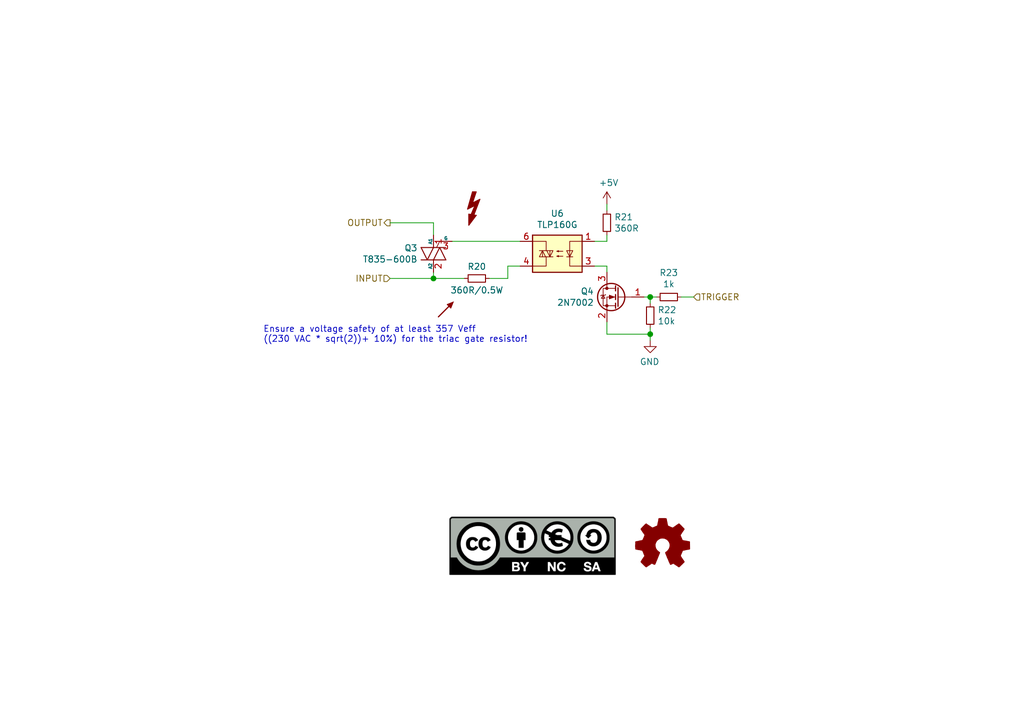
<source format=kicad_sch>
(kicad_sch (version 20201015) (generator eeschema)
  (paper "A5")
  (title_block (title "MadPresso controller") (date "2021-01-08") (rev "1.3"))
  (lib_symbols
    (symbol "Device:R_Small" (pin_numbers hide) (pin_names (offset 0.254) hide)
      (property "Reference" "R" (at 0.762 0.508 0))
      (property "Value" "R_Small" (at 0.762 -1.016 0))
      (symbol "R_Small_0_1"
        (rectangle (start -0.762 1.778) (end 0.762 -1.778) (stroke (width 0.2032)))
      )
      (symbol "R_Small_1_1"
        (pin passive line (at 0 2.54 270) (length 0.762) (name "~") (number "1"))
        (pin passive line (at 0 -2.54 90) (length 0.762) (name "~") (number "2"))
      )
    )
    (symbol "Graphic:Logo_Open_Hardware_Small" (pin_names (offset 1.016))
      (symbol "Logo_Open_Hardware_Small_0_1"
        (polyline (pts (xy 3.3528 -4.3434) (xy 3.302 -4.318) (xy 3.175 -4.2418) (xy 2.9972 -4.1148) (xy 2.7686 -3.9624) (xy 2.54 -3.81) (xy 2.3622 -3.7084) (xy 2.2352 -3.6068) (xy 2.1844 -3.5814) (xy 2.159 -3.6068) (xy 2.0574 -3.6576) (xy 1.905 -3.7338) (xy 1.8034 -3.7846) (xy 1.6764 -3.8354) (xy 1.6002 -3.8354) (xy 1.6002 -3.8354) (xy 1.5494 -3.7338) (xy 1.4732 -3.5306) (xy 1.3462 -3.302) (xy 1.2446 -3.0226) (xy 1.1176 -2.7178) (xy 0.9652 -2.413) (xy 0.8636 -2.1082) (xy 0.7366 -1.8288) (xy 0.6604 -1.6256) (xy 0.6096 -1.4732) (xy 0.5842 -1.397) (xy 0.5842 -1.397) (xy 0.6604 -1.3208) (xy 0.7874 -1.2446) (xy 1.0414 -1.016) (xy 1.2954 -0.6858) (xy 1.4478 -0.3302) (xy 1.524 0.0762) (xy 1.4732 0.4572) (xy 1.3208 0.8128) (xy 1.0668 1.143) (xy 0.762 1.3716) (xy 0.4064 1.524) (xy 0 1.5748) (xy -0.381 1.5494) (xy -0.7366 1.397) (xy -1.0668 1.143) (xy -1.2192 0.9906) (xy -1.397 0.6604) (xy -1.524 0.3048) (xy -1.524 0.2286) (xy -1.4986 -0.1778) (xy -1.397 -0.5334) (xy -1.1938 -0.8636) (xy -0.9144 -1.143) (xy -0.8636 -1.1684) (xy -0.7366 -1.27) (xy -0.635 -1.3462) (xy -0.5842 -1.397) (xy -1.0668 -2.5908) (xy -1.143 -2.794) (xy -1.2954 -3.1242) (xy -1.397 -3.4036) (xy -1.4986 -3.6322) (xy -1.5748 -3.7846) (xy -1.6002 -3.8354) (xy -1.6002 -3.8354) (xy -1.651 -3.8354) (xy -1.7272 -3.81) (xy -1.905 -3.7338) (xy -2.0066 -3.683) (xy -2.1336 -3.6068) (xy -2.2098 -3.5814) (xy -2.2606 -3.6068) (xy -2.3622 -3.683) (xy -2.54 -3.81) (xy -2.7686 -3.9624) (xy -2.9718 -4.0894) (xy -3.1496 -4.2164) (xy -3.302 -4.318) (xy -3.3528 -4.3434) (xy -3.3782 -4.3434) (xy -3.429 -4.318) (xy -3.5306 -4.2164) (xy -3.7084 -4.064) (xy -3.937 -3.8354) (xy -3.9624 -3.81) (xy -4.1656 -3.6068) (xy -4.318 -3.4544) (xy -4.4196 -3.3274) (xy -4.445 -3.2766) (xy -4.445 -3.2766) (xy -4.4196 -3.2258) (xy -4.318 -3.0734) (xy -4.2164 -2.8956) (xy -4.064 -2.667) (xy -3.6576 -2.0828) (xy -3.8862 -1.5494) (xy -3.937 -1.3716) (xy -4.0386 -1.1684) (xy -4.0894 -1.0414) (xy -4.1148 -0.9652) (xy -4.191 -0.9398) (xy -4.318 -0.9144) (xy -4.5466 -0.8636) (xy -4.8006 -0.8128) (xy -5.0546 -0.7874) (xy -5.2578 -0.7366) (xy -5.4356 -0.7112) (xy -5.5118 -0.6858) (xy -5.5118 -0.6858) (xy -5.5372 -0.635) (xy -5.5372 -0.5588) (xy -5.5372 -0.4318) (xy -5.5626 -0.2286) (xy -5.5626 0.0762) (xy -5.5626 0.127) (xy -5.5372 0.4064) (xy -5.5372 0.635) (xy -5.5372 0.762) (xy -5.5372 0.8382) (xy -5.5372 0.8382) (xy -5.461 0.8382) (xy -5.3086 0.889) (xy -5.08 0.9144) (xy -4.826 0.9652) (xy -4.8006 0.9906) (xy -4.5466 1.0414) (xy -4.318 1.0668) (xy -4.1656 1.1176) (xy -4.0894 1.143) (xy -4.0894 1.143) (xy -4.0386 1.2446) (xy -3.9624 1.4224) (xy -3.8608 1.6256) (xy -3.7846 1.8288) (xy -3.7084 2.0066) (xy -3.6576 2.159) (xy -3.6322 2.2098) (xy -3.6322 2.2098) (xy -3.683 2.286) (xy -3.7592 2.413) (xy -3.8862 2.5908) (xy -4.064 2.8194) (xy -4.064 2.8448) (xy -4.2164 3.0734) (xy -4.3434 3.2512) (xy -4.4196 3.3782) (xy -4.445 3.4544) (xy -4.445 3.4544) (xy -4.3942 3.5052) (xy -4.2926 3.6322) (xy -4.1148 3.81) (xy -3.937 4.0132) (xy -3.8608 4.064) (xy -3.6576 4.2926) (xy -3.5052 4.4196) (xy -3.4036 4.4958) (xy -3.3528 4.5212) (xy -3.3528 4.5212) (xy -3.302 4.4704) (xy -3.1496 4.3688) (xy -2.9718 4.2418) (xy -2.7432 4.0894) (xy -2.7178 4.0894) (xy -2.4892 3.937) (xy -2.3114 3.81) (xy -2.1844 3.7084) (xy -2.1336 3.683) (xy -2.1082 3.683) (xy -2.032 3.7084) (xy -1.8542 3.7592) (xy -1.6764 3.8354) (xy -1.4732 3.937) (xy -1.27 4.0132) (xy -1.143 4.064) (xy -1.0668 4.1148) (xy -1.0668 4.1148) (xy -1.0414 4.191) (xy -1.016 4.3434) (xy -0.9652 4.572) (xy -0.9144 4.8514) (xy -0.889 4.9022) (xy -0.8382 5.1562) (xy -0.8128 5.3848) (xy -0.7874 5.5372) (xy -0.762 5.588) (xy -0.7112 5.6134) (xy -0.5842 5.6134) (xy -0.4064 5.6134) (xy -0.1524 5.6134) (xy 0.0762 5.6134) (xy 0.3302 5.6134) (xy 0.5334 5.6134) (xy 0.6858 5.588) (xy 0.7366 5.588) (xy 0.7366 5.588) (xy 0.762 5.5118) (xy 0.8128 5.334) (xy 0.8382 5.1054) (xy 0.9144 4.826) (xy 0.9144 4.7752) (xy 0.9652 4.5212) (xy 1.016 4.2926) (xy 1.0414 4.1402) (xy 1.0668 4.0894) (xy 1.0668 4.0894) (xy 1.1938 4.0386) (xy 1.3716 3.9624) (xy 1.5748 3.8608) (xy 2.0828 3.6576) (xy 2.7178 4.0894) (xy 2.7686 4.1402) (xy 2.9972 4.2926) (xy 3.175 4.4196) (xy 3.302 4.4958) (xy 3.3782 4.5212) (xy 3.3782 4.5212) (xy 3.429 4.4704) (xy 3.556 4.3434) (xy 3.7338 4.191) (xy 3.9116 3.9878) (xy 4.064 3.8354) (xy 4.2418 3.6576) (xy 4.3434 3.556) (xy 4.4196 3.4798) (xy 4.4196 3.429) (xy 4.4196 3.4036) (xy 4.3942 3.3274) (xy 4.2926 3.2004) (xy 4.1656 2.9972) (xy 4.0132 2.794) (xy 3.8862 2.5908) (xy 3.7592 2.3876) (xy 3.6576 2.2352) (xy 3.6322 2.159) (xy 3.6322 2.1336) (xy 3.683 2.0066) (xy 3.7592 1.8288) (xy 3.8608 1.6002) (xy 4.064 1.1176) (xy 4.3942 1.0414) (xy 4.5974 1.016) (xy 4.8768 0.9652) (xy 5.1308 0.9144) (xy 5.5372 0.8382) (xy 5.5626 -0.6604) (xy 5.4864 -0.6858) (xy 5.4356 -0.6858) (xy 5.2832 -0.7366) (xy 5.0546 -0.762) (xy 4.8006 -0.8128) (xy 4.5974 -0.8636) (xy 4.3688 -0.9144) (xy 4.2164 -0.9398) (xy 4.1402 -0.9398) (xy 4.1148 -0.9652) (xy 4.064 -1.0668) (xy 3.9878 -1.2446) (xy 3.9116 -1.4478) (xy 3.81 -1.651) (xy 3.7338 -1.8542) (xy 3.683 -2.0066) (xy 3.6576 -2.0828) (xy 3.683 -2.1336) (xy 3.7846 -2.2606) (xy 3.8862 -2.4638) (xy 4.0386 -2.667) (xy 4.191 -2.8956) (xy 4.318 -3.0734) (xy 4.3942 -3.2004) (xy 4.445 -3.2766) (xy 4.4196 -3.3274) (xy 4.3434 -3.429) (xy 4.1656 -3.5814) (xy 3.937 -3.8354) (xy 3.8862 -3.8608) (xy 3.683 -4.064) (xy 3.5306 -4.2164) (xy 3.4036 -4.318) (xy 3.3528 -4.3434)) (fill (type outline)))
      )
    )
    (symbol "Graphic:SYM_Arrow45_Small" (pin_names (offset 1.016))
      (symbol "SYM_Arrow45_Small_0_1"
        (polyline (pts (xy 1.27 -1.27) (xy -1.524 1.524)) (stroke (width 0.254)))
        (polyline (pts (xy 1.524 -1.524) (xy 0.254 -1.016) (xy 1.016 -0.254) (xy 1.524 -1.524)) (fill (type outline)))
      )
    )
    (symbol "Graphic:SYM_Flash_Small" (pin_names (offset 1.016))
      (symbol "SYM_Flash_Small_0_1"
        (polyline (pts (xy 0.508 -1.016) (xy -1.016 -0.762) (xy -1.016 -3.048) (xy 0.508 -1.016)) (stroke (width 0.2032)) (fill (type outline)))
        (polyline (pts (xy -0.254 3.81) (xy 0.508 3.81) (xy -0.254 1.524) (xy 1.27 2.286) (xy 0 -1.016) (xy -0.508 -0.762) (xy 0.254 1.016) (xy -1.27 0.254) (xy -0.254 3.81)) (stroke (width 0.2032)) (fill (type outline)))
      )
    )
    (symbol "Relay_SolidState:TLP160G"
      (property "Reference" "U" (at -5.08 5.08 0))
      (property "Value" "TLP160G" (at -5.08 -5.08 0))
      (symbol "TLP160G_0_1"
        (rectangle (start -5.08 3.81) (end 5.08 -3.81) (stroke (width 0.254)) (fill (type background)))
        (polyline (pts (xy -3.175 -0.635) (xy -1.905 -0.635)))
        (polyline (pts (xy 1.524 -0.635) (xy 1.524 0.635)))
        (polyline (pts (xy 3.048 0.635) (xy 3.048 -0.635)))
        (polyline (pts (xy 2.286 -0.635) (xy 2.286 -2.54) (xy 5.08 -2.54)))
        (polyline (pts (xy 2.286 0.635) (xy 2.286 2.54) (xy 5.08 2.54)))
        (polyline (pts (xy -5.08 2.54) (xy -2.54 2.54) (xy -2.54 -2.54) (xy -5.08 -2.54)))
        (polyline (pts (xy -2.54 -0.635) (xy -3.175 0.635) (xy -1.905 0.635) (xy -2.54 -0.635)))
        (polyline (pts (xy 0.889 -0.635) (xy 3.683 -0.635) (xy 3.048 0.635) (xy 2.413 -0.635)))
        (polyline (pts (xy 3.683 0.635) (xy 0.889 0.635) (xy 1.524 -0.635) (xy 2.159 0.635)))
        (polyline (pts (xy -1.143 -0.508) (xy 0.127 -0.508) (xy -0.254 -0.635) (xy -0.254 -0.381) (xy 0.127 -0.508)))
        (polyline (pts (xy -1.143 0.508) (xy 0.127 0.508) (xy -0.254 0.381) (xy -0.254 0.635) (xy 0.127 0.508)))
      )
      (symbol "TLP160G_1_1"
        (pin passive line (at -7.62 2.54 0) (length 2.54) (name "~") (number "1"))
        (pin passive line (at -7.62 -2.54 0) (length 2.54) (name "~") (number "3"))
        (pin passive line (at 7.62 -2.54 180) (length 2.54) (name "~") (number "4"))
        (pin passive line (at 7.62 2.54 180) (length 2.54) (name "~") (number "6"))
      )
    )
    (symbol "Transistor_FET:2N7002" (pin_names hide)
      (property "Reference" "Q" (at 5.08 1.905 0))
      (property "Value" "2N7002" (at 5.08 0 0))
      (symbol "2N7002_0_1"
        (circle (center 1.651 0) (radius 2.794) (stroke (width 0.254)))
        (circle (center 2.54 -1.778) (radius 0.254) (fill (type outline)))
        (circle (center 2.54 1.778) (radius 0.254) (fill (type outline)))
        (polyline (pts (xy 0.254 0) (xy -2.54 0)))
        (polyline (pts (xy 0.254 1.905) (xy 0.254 -1.905)) (stroke (width 0.254)))
        (polyline (pts (xy 0.762 -1.27) (xy 0.762 -2.286)) (stroke (width 0.254)))
        (polyline (pts (xy 0.762 0.508) (xy 0.762 -0.508)) (stroke (width 0.254)))
        (polyline (pts (xy 0.762 2.286) (xy 0.762 1.27)) (stroke (width 0.254)))
        (polyline (pts (xy 2.54 2.54) (xy 2.54 1.778)))
        (polyline (pts (xy 2.54 -2.54) (xy 2.54 0) (xy 0.762 0)))
        (polyline (pts (xy 0.762 -1.778) (xy 3.302 -1.778) (xy 3.302 1.778) (xy 0.762 1.778)))
        (polyline (pts (xy 1.016 0) (xy 2.032 0.381) (xy 2.032 -0.381) (xy 1.016 0)) (fill (type outline)))
        (polyline (pts (xy 2.794 0.508) (xy 2.921 0.381) (xy 3.683 0.381) (xy 3.81 0.254)))
        (polyline (pts (xy 3.302 0.381) (xy 2.921 -0.254) (xy 3.683 -0.254) (xy 3.302 0.381)))
      )
      (symbol "2N7002_1_1"
        (pin input line (at -5.08 0 0) (length 2.54) (name "G") (number "1"))
        (pin passive line (at 2.54 -5.08 90) (length 2.54) (name "S") (number "2"))
        (pin passive line (at 2.54 5.08 270) (length 2.54) (name "D") (number "3"))
      )
    )
    (symbol "Triac_Thyristor:BT138-600" (pin_names (offset 0))
      (property "Reference" "Q" (at 5.08 1.905 0))
      (property "Value" "BT138-600" (at 5.08 0 0))
      (symbol "BT138-600_0_1"
        (polyline (pts (xy -2.54 -1.27) (xy 2.54 -1.27)) (stroke (width 0.2032)))
        (polyline (pts (xy -2.54 1.27) (xy 2.54 1.27)) (stroke (width 0.2032)))
        (polyline (pts (xy -1.27 -2.54) (xy -0.635 -1.27)))
        (polyline (pts (xy -2.54 1.27) (xy -1.27 -1.27) (xy 0 1.27)) (stroke (width 0.2032)))
        (polyline (pts (xy 0 -1.27) (xy 1.27 1.27) (xy 2.54 -1.27)) (stroke (width 0.2032)))
      )
      (symbol "BT138-600_1_1"
        (pin passive line (at 0 -3.81 90) (length 2.54) (name "A1") (number "1"))
        (pin passive line (at 0 3.81 270) (length 2.54) (name "A2") (number "2"))
        (pin input line (at -3.81 -2.54 0) (length 2.54) (name "G") (number "3"))
      )
    )
    (symbol "power:+5V" (power) (pin_names (offset 0))
      (property "Value" "+5V" (at 0 3.556 0))
      (symbol "+5V_0_1"
        (polyline (pts (xy -0.762 1.27) (xy 0 2.54)))
        (polyline (pts (xy 0 0) (xy 0 2.54)))
        (polyline (pts (xy 0 2.54) (xy 0.762 1.27)))
      )
      (symbol "+5V_1_1"
        (pin power_in line (at 0 0 90) (length 0) hide (name "+5V") (number "1"))
      )
    )
    (symbol "power:GND" (power) (pin_names (offset 0))
      (property "Value" "GND" (at 0 -3.81 0))
      (symbol "GND_0_1"
        (polyline (pts (xy 0 0) (xy 0 -1.27) (xy 1.27 -1.27) (xy 0 -2.54) (xy -1.27 -1.27) (xy 0 -1.27)))
      )
      (symbol "GND_1_1"
        (pin power_in line (at 0 0 270) (length 0) hide (name "GND") (number "1"))
      )
    )
  )
  (junction (at 88.9 57.15) (diameter 1.016))
  (junction (at 133.35 60.96) (diameter 1.016))
  (junction (at 133.35 68.58) (diameter 1.016))
  (wire (pts (xy 80.01 57.15) (xy 88.9 57.15)))
  (wire (pts (xy 88.9 45.72) (xy 80.01 45.72)))
  (wire (pts (xy 88.9 45.72) (xy 88.9 48.26)))
  (wire (pts (xy 88.9 57.15) (xy 88.9 55.88)))
  (wire (pts (xy 88.9 57.15) (xy 95.25 57.15)))
  (wire (pts (xy 92.71 49.53) (xy 106.68 49.53)))
  (wire (pts (xy 100.33 57.15) (xy 104.14 57.15)))
  (wire (pts (xy 104.14 54.61) (xy 104.14 57.15)))
  (wire (pts (xy 106.68 54.61) (xy 104.14 54.61)))
  (wire (pts (xy 121.92 49.53) (xy 124.46 49.53)))
  (wire (pts (xy 124.46 43.18) (xy 124.46 41.91)))
  (wire (pts (xy 124.46 49.53) (xy 124.46 48.26)))
  (wire (pts (xy 124.46 54.61) (xy 121.92 54.61)))
  (wire (pts (xy 124.46 55.88) (xy 124.46 54.61)))
  (wire (pts (xy 124.46 68.58) (xy 124.46 66.04)))
  (wire (pts (xy 133.35 60.96) (xy 132.08 60.96)))
  (wire (pts (xy 133.35 62.23) (xy 133.35 60.96)))
  (wire (pts (xy 133.35 67.31) (xy 133.35 68.58)))
  (wire (pts (xy 133.35 68.58) (xy 124.46 68.58)))
  (wire (pts (xy 133.35 68.58) (xy 133.35 69.85)))
  (wire (pts (xy 134.62 60.96) (xy 133.35 60.96)))
  (wire (pts (xy 139.7 60.96) (xy 142.24 60.96)))
  (image (at 109.22 112.014))
  (text "Ensure a voltage safety of at least 357 Veff\n((230 VAC * sqrt(2))+ 10%) for the triac gate resistor!" (at 53.975 70.485 0) (effects (font (size 1.27 1.27)) (justify left bottom)))
  (hierarchical_label "OUTPUT" (shape output) (at 80.01 45.72 180))
  (hierarchical_label "INPUT" (shape input) (at 80.01 57.15 180))
  (hierarchical_label "TRIGGER" (shape input) (at 142.24 60.96 0))
  (symbol (lib_id "power:+5V") (at 124.46 41.91 0)
    (property "Reference" "#PWR046" (effects hide))
    (property "Value" "+5V" (at 124.841 37.5158 0))
  )
  (symbol (lib_id "power:GND") (at 133.35 69.85 0) (mirror y)
    (property "Reference" "#PWR047" (effects hide))
    (property "Value" "GND" (at 133.223 74.2442 0))
  )
  (symbol (lib_id "Graphic:SYM_Arrow45_Small") (at 91.44 63.5 90)
    (property "Reference" "#SYM?" (effects hide))
    (property "Value" "SYM_Arrow45_Small" (effects hide))
  )
  (symbol (lib_id "Device:R_Small") (at 97.79 57.15 270)
    (property "Reference" "R20" (at 97.79 54.7116 90))
    (property "Value" "360R/0.5W" (at 97.79 59.563 90))
    (property "Footprint" "Resistor_SMD:R_1206_3216Metric_Pad1.30x1.75mm_HandSolder" (effects hide))
    (property "Datasheet" "https://docs.rs-online.com/ef78/0900766b812cb812.pdf" (effects hide))
    (property "Part" "Panasonic ERJP08F3600V" (effects hide))
  )
  (symbol (lib_id "Device:R_Small") (at 124.46 45.72 180)
    (property "Reference" "R21" (at 125.9586 44.5516 0) (effects (justify right)))
    (property "Value" "360R" (at 125.9586 46.863 0) (effects (justify right)))
    (property "Footprint" "Resistor_SMD:R_0603_1608Metric_Pad0.98x0.95mm_HandSolder" (effects hide))
  )
  (symbol (lib_id "Device:R_Small") (at 133.35 64.77 0)
    (property "Reference" "R22" (at 134.8486 63.6016 0) (effects (justify left)))
    (property "Value" "10k" (at 134.8486 65.913 0) (effects (justify left)))
    (property "Footprint" "Resistor_SMD:R_0603_1608Metric_Pad0.98x0.95mm_HandSolder" (effects hide))
  )
  (symbol (lib_id "Device:R_Small") (at 137.16 60.96 270)
    (property "Reference" "R23" (at 137.16 55.9816 90))
    (property "Value" "1k" (at 137.16 58.293 90))
    (property "Footprint" "Resistor_SMD:R_0603_1608Metric_Pad0.98x0.95mm_HandSolder" (effects hide))
  )
  (symbol (lib_id "Graphic:SYM_Flash_Small") (at 97.155 43.18 0)
    (property "Reference" "#SYM?" (effects hide))
    (property "Value" "SYM_Flash_Small" (effects hide))
  )
  (symbol (lib_id "Triac_Thyristor:BT138-600") (at 88.9 52.07 180)
    (property "Reference" "Q3" (at 85.6488 50.9016 0) (effects (justify left)))
    (property "Value" "T835-600B" (at 85.6488 53.213 0) (effects (justify left)))
    (property "Footprint" "Package_TO_SOT_SMD:TO-252-2" (effects hide))
    (property "Datasheet" "https://assets.nexperia.com/documents/data-sheet/BT138_SER_D_E.pdf" (effects hide))
  )
  (symbol (lib_id "Transistor_FET:2N7002") (at 127 60.96 0) (mirror y)
    (property "Reference" "Q4" (at 121.8184 59.7916 0) (effects (justify left)))
    (property "Value" "2N7002" (at 121.8184 62.103 0) (effects (justify left)))
    (property "Footprint" "Package_TO_SOT_SMD:SOT-23" (effects hide))
    (property "Datasheet" "https://www.onsemi.com/pub/Collateral/NDS7002A-D.PDF" (effects hide))
  )
  (symbol (lib_id "Graphic:Logo_Open_Hardware_Small") (at 135.89 112.014 0)
    (property "Reference" "#LOGO?" (effects hide))
    (property "Value" "Logo_Open_Hardware_Small" (effects hide))
  )
  (symbol (lib_id "Relay_SolidState:TLP160G") (at 114.3 52.07 0) (mirror y)
    (property "Reference" "U6" (at 114.3 43.815 0))
    (property "Value" "TLP160G" (at 114.3 46.1264 0))
    (property "Footprint" "Package_SO:MFSOP6-4_4.4x3.6mm_P1.27mm" (effects hide))
    (property "Datasheet" "https://toshiba.semicon-storage.com/info/docget.jsp?did=16916&prodName=TLP160G" (effects hide))
  )
)
</source>
